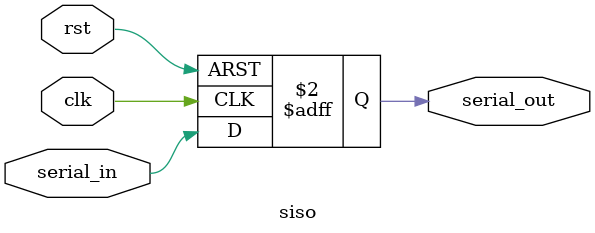
<source format=v>
module siso (
    input clk,
    input rst,
    input serial_in,
    output reg serial_out
);
    always @(posedge clk or posedge rst) begin
    if (rst)
    serial_out <= 1'b0;
    else
    serial_out <= serial_in;
    end
endmodule



/*output
meenakshi@meenakshi-Inspiron-3501:~/verilog/siso$ vvp siso.out
VCD info: dumpfile siso.vcd opened for output.
$time=0| clk=0| rst=1|serial_in=0 | serial_out=0
$time=5| clk=1| rst=1|serial_in=0 | serial_out=0
$time=10| clk=0| rst=0|serial_in=0 | serial_out=0
$time=15| clk=1| rst=0|serial_in=0 | serial_out=0
$time=20| clk=0| rst=0|serial_in=1 | serial_out=0
$time=25| clk=1| rst=0|serial_in=1 | serial_out=1
$time=30| clk=0| rst=0|serial_in=0 | serial_out=1
$time=35| clk=1| rst=0|serial_in=0 | serial_out=0
$time=40| clk=0| rst=0|serial_in=1 | serial_out=0
$time=45| clk=1| rst=0|serial_in=1 | serial_out=1
$time=50| clk=0| rst=0|serial_in=1 | serial_out=1
$time=55| clk=1| rst=0|serial_in=1 | serial_out=1
siso_tb.v:15: $finish called at 60 (1s)
$time=60| clk=0| rst=0|serial_in=1 | serial_out=1
*/

</source>
